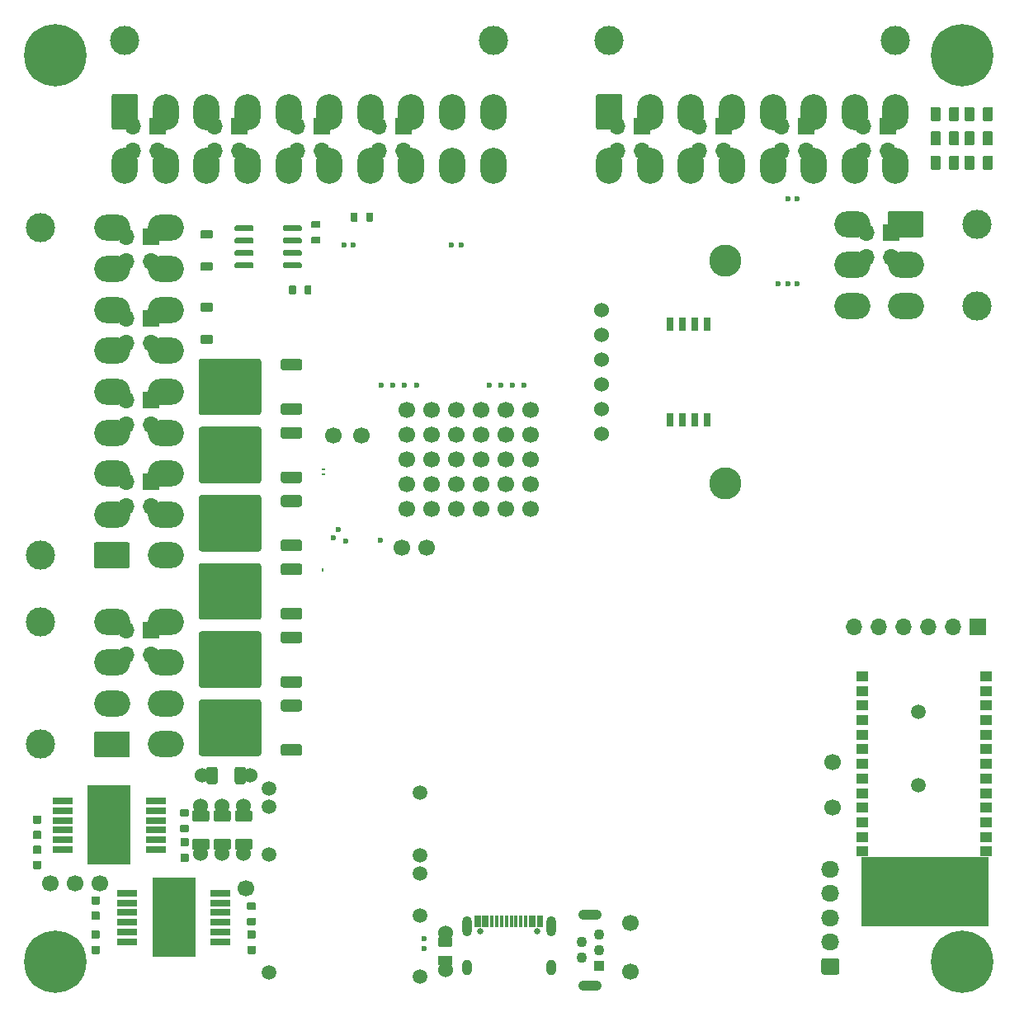
<source format=gts>
G04 #@! TF.GenerationSoftware,KiCad,Pcbnew,8.0.4-8.0.4-0~ubuntu22.04.1*
G04 #@! TF.CreationDate,2024-08-14T01:09:24+00:00*
G04 #@! TF.ProjectId,uaefi,75616566-692e-46b6-9963-61645f706362,D*
G04 #@! TF.SameCoordinates,Original*
G04 #@! TF.FileFunction,Soldermask,Top*
G04 #@! TF.FilePolarity,Negative*
%FSLAX46Y46*%
G04 Gerber Fmt 4.6, Leading zero omitted, Abs format (unit mm)*
G04 Created by KiCad (PCBNEW 8.0.4-8.0.4-0~ubuntu22.04.1) date 2024-08-14 01:09:24*
%MOMM*%
%LPD*%
G01*
G04 APERTURE LIST*
%ADD10C,0.120000*%
%ADD11R,1.700000X1.700000*%
%ADD12O,1.700000X1.700000*%
%ADD13C,3.000000*%
%ADD14O,2.700000X3.700000*%
%ADD15C,1.700000*%
%ADD16C,0.800000*%
%ADD17C,6.400000*%
%ADD18C,1.524000*%
%ADD19O,1.850000X1.700000*%
%ADD20C,0.600000*%
%ADD21R,1.100000X1.100000*%
%ADD22C,1.100000*%
%ADD23O,2.400000X1.100000*%
%ADD24C,1.500000*%
%ADD25O,0.250000X0.499999*%
%ADD26O,0.499999X0.250000*%
%ADD27C,0.599999*%
%ADD28O,3.700000X2.700000*%
%ADD29R,1.300000X1.000000*%
%ADD30R,2.000000X0.650000*%
%ADD31R,4.500000X8.100000*%
%ADD32C,0.650000*%
%ADD33R,0.300000X1.150000*%
%ADD34O,1.000000X2.100000*%
%ADD35O,1.000000X1.600000*%
%ADD36C,3.302000*%
%ADD37R,0.690000X1.350000*%
G04 APERTURE END LIST*
D10*
G04 #@! TO.C,U5*
X99150000Y7225000D02*
X86150000Y7225000D01*
X86150000Y14225000D01*
X99150000Y14225000D01*
X99150000Y7225000D01*
G36*
X99150000Y7225000D02*
G01*
X86150000Y7225000D01*
X86150000Y14225000D01*
X99150000Y14225000D01*
X99150000Y7225000D01*
G37*
G04 #@! TD*
G04 #@! TO.C,R40*
G36*
G01*
X96749999Y84875000D02*
X96749999Y86125000D01*
G75*
G02*
X96849999Y86225000I100000J0D01*
G01*
X97649999Y86225000D01*
G75*
G02*
X97749999Y86125000I0J-100000D01*
G01*
X97749999Y84875000D01*
G75*
G02*
X97649999Y84775000I-100000J0D01*
G01*
X96849999Y84775000D01*
G75*
G02*
X96749999Y84875000I0J100000D01*
G01*
G37*
G36*
G01*
X98650021Y84875000D02*
X98650021Y86125000D01*
G75*
G02*
X98750021Y86225000I100000J0D01*
G01*
X99550021Y86225000D01*
G75*
G02*
X99650021Y86125000I0J-100000D01*
G01*
X99650021Y84875000D01*
G75*
G02*
X99550021Y84775000I-100000J0D01*
G01*
X98750021Y84775000D01*
G75*
G02*
X98650021Y84875000I0J100000D01*
G01*
G37*
G04 #@! TD*
G04 #@! TO.C,U7*
G36*
G01*
X28775000Y75110000D02*
X28775000Y74810000D01*
G75*
G02*
X28625000Y74660000I-150000J0D01*
G01*
X26975000Y74660000D01*
G75*
G02*
X26825000Y74810000I0J150000D01*
G01*
X26825000Y75110000D01*
G75*
G02*
X26975000Y75260000I150000J0D01*
G01*
X28625000Y75260000D01*
G75*
G02*
X28775000Y75110000I0J-150000D01*
G01*
G37*
G36*
G01*
X28775000Y76380000D02*
X28775000Y76080000D01*
G75*
G02*
X28625000Y75930000I-150000J0D01*
G01*
X26975000Y75930000D01*
G75*
G02*
X26825000Y76080000I0J150000D01*
G01*
X26825000Y76380000D01*
G75*
G02*
X26975000Y76530000I150000J0D01*
G01*
X28625000Y76530000D01*
G75*
G02*
X28775000Y76380000I0J-150000D01*
G01*
G37*
G36*
G01*
X28775000Y77650000D02*
X28775000Y77350000D01*
G75*
G02*
X28625000Y77200000I-150000J0D01*
G01*
X26975000Y77200000D01*
G75*
G02*
X26825000Y77350000I0J150000D01*
G01*
X26825000Y77650000D01*
G75*
G02*
X26975000Y77800000I150000J0D01*
G01*
X28625000Y77800000D01*
G75*
G02*
X28775000Y77650000I0J-150000D01*
G01*
G37*
G36*
G01*
X28775000Y78920000D02*
X28775000Y78620000D01*
G75*
G02*
X28625000Y78470000I-150000J0D01*
G01*
X26975000Y78470000D01*
G75*
G02*
X26825000Y78620000I0J150000D01*
G01*
X26825000Y78920000D01*
G75*
G02*
X26975000Y79070000I150000J0D01*
G01*
X28625000Y79070000D01*
G75*
G02*
X28775000Y78920000I0J-150000D01*
G01*
G37*
G36*
G01*
X23825000Y78920000D02*
X23825000Y78620000D01*
G75*
G02*
X23675000Y78470000I-150000J0D01*
G01*
X22025000Y78470000D01*
G75*
G02*
X21875000Y78620000I0J150000D01*
G01*
X21875000Y78920000D01*
G75*
G02*
X22025000Y79070000I150000J0D01*
G01*
X23675000Y79070000D01*
G75*
G02*
X23825000Y78920000I0J-150000D01*
G01*
G37*
G36*
G01*
X23825000Y77650000D02*
X23825000Y77350000D01*
G75*
G02*
X23675000Y77200000I-150000J0D01*
G01*
X22025000Y77200000D01*
G75*
G02*
X21875000Y77350000I0J150000D01*
G01*
X21875000Y77650000D01*
G75*
G02*
X22025000Y77800000I150000J0D01*
G01*
X23675000Y77800000D01*
G75*
G02*
X23825000Y77650000I0J-150000D01*
G01*
G37*
G36*
G01*
X23825000Y76380000D02*
X23825000Y76080000D01*
G75*
G02*
X23675000Y75930000I-150000J0D01*
G01*
X22025000Y75930000D01*
G75*
G02*
X21875000Y76080000I0J150000D01*
G01*
X21875000Y76380000D01*
G75*
G02*
X22025000Y76530000I150000J0D01*
G01*
X23675000Y76530000D01*
G75*
G02*
X23825000Y76380000I0J-150000D01*
G01*
G37*
G36*
G01*
X23825000Y75110000D02*
X23825000Y74810000D01*
G75*
G02*
X23675000Y74660000I-150000J0D01*
G01*
X22025000Y74660000D01*
G75*
G02*
X21875000Y74810000I0J150000D01*
G01*
X21875000Y75110000D01*
G75*
G02*
X22025000Y75260000I150000J0D01*
G01*
X23675000Y75260000D01*
G75*
G02*
X23825000Y75110000I0J-150000D01*
G01*
G37*
G04 #@! TD*
G04 #@! TO.C,C24*
G36*
G01*
X7260000Y10215001D02*
X7940000Y10215001D01*
G75*
G02*
X8025000Y10130001I0J-85000D01*
G01*
X8025000Y9450001D01*
G75*
G02*
X7940000Y9365001I-85000J0D01*
G01*
X7260000Y9365001D01*
G75*
G02*
X7175000Y9450001I0J85000D01*
G01*
X7175000Y10130001D01*
G75*
G02*
X7260000Y10215001I85000J0D01*
G01*
G37*
G36*
G01*
X7260000Y8634999D02*
X7940000Y8634999D01*
G75*
G02*
X8025000Y8549999I0J-85000D01*
G01*
X8025000Y7869999D01*
G75*
G02*
X7940000Y7784999I-85000J0D01*
G01*
X7260000Y7784999D01*
G75*
G02*
X7175000Y7869999I0J85000D01*
G01*
X7175000Y8549999D01*
G75*
G02*
X7260000Y8634999I85000J0D01*
G01*
G37*
G04 #@! TD*
G04 #@! TO.C,R39*
G36*
G01*
X96749999Y87375000D02*
X96749999Y88625000D01*
G75*
G02*
X96849999Y88725000I100000J0D01*
G01*
X97649999Y88725000D01*
G75*
G02*
X97749999Y88625000I0J-100000D01*
G01*
X97749999Y87375000D01*
G75*
G02*
X97649999Y87275000I-100000J0D01*
G01*
X96849999Y87275000D01*
G75*
G02*
X96749999Y87375000I0J100000D01*
G01*
G37*
G36*
G01*
X98650021Y87375000D02*
X98650021Y88625000D01*
G75*
G02*
X98750021Y88725000I100000J0D01*
G01*
X99550021Y88725000D01*
G75*
G02*
X99650021Y88625000I0J-100000D01*
G01*
X99650021Y87375000D01*
G75*
G02*
X99550021Y87275000I-100000J0D01*
G01*
X98750021Y87275000D01*
G75*
G02*
X98650021Y87375000I0J100000D01*
G01*
G37*
G04 #@! TD*
G04 #@! TO.C,Q10*
G36*
G01*
X28800000Y39570000D02*
X28800000Y38870000D01*
G75*
G02*
X28550000Y38620000I-250000J0D01*
G01*
X26850000Y38620000D01*
G75*
G02*
X26600000Y38870000I0J250000D01*
G01*
X26600000Y39570000D01*
G75*
G02*
X26850000Y39820000I250000J0D01*
G01*
X28550000Y39820000D01*
G75*
G02*
X28800000Y39570000I0J-250000D01*
G01*
G37*
G36*
G01*
X24600000Y44150003D02*
X24600000Y38849997D01*
G75*
G02*
X24350003Y38600000I-249997J0D01*
G01*
X18449997Y38600000D01*
G75*
G02*
X18200000Y38849997I0J249997D01*
G01*
X18200000Y44150003D01*
G75*
G02*
X18449997Y44400000I249997J0D01*
G01*
X24350003Y44400000D01*
G75*
G02*
X24600000Y44150003I0J-249997D01*
G01*
G37*
G36*
G01*
X28800000Y44130000D02*
X28800000Y43430000D01*
G75*
G02*
X28550000Y43180000I-250000J0D01*
G01*
X26850000Y43180000D01*
G75*
G02*
X26600000Y43430000I0J250000D01*
G01*
X26600000Y44130000D01*
G75*
G02*
X26850000Y44380000I250000J0D01*
G01*
X28550000Y44380000D01*
G75*
G02*
X28800000Y44130000I0J-250000D01*
G01*
G37*
G04 #@! TD*
D11*
G04 #@! TO.C,J21*
X13315000Y52750000D03*
D12*
X10775000Y52750000D03*
X13315000Y50210000D03*
X10775000Y50210000D03*
G04 #@! TD*
D13*
G04 #@! TO.C,J10*
X60300000Y98025000D03*
X89700000Y98025000D03*
G36*
G01*
X58950000Y89125001D02*
X58950000Y92324999D01*
G75*
G02*
X59200001Y92575000I250001J0D01*
G01*
X61399999Y92575000D01*
G75*
G02*
X61650000Y92324999I0J-250001D01*
G01*
X61650000Y89125001D01*
G75*
G02*
X61399999Y88875000I-250001J0D01*
G01*
X59200001Y88875000D01*
G75*
G02*
X58950000Y89125001I0J250001D01*
G01*
G37*
D14*
X64500000Y90725000D03*
X68700000Y90725000D03*
X72900000Y90725000D03*
X77100000Y90725000D03*
X81300000Y90725000D03*
X85500000Y90725000D03*
X89700000Y90725000D03*
X60300000Y85225000D03*
X64500000Y85225000D03*
X68700000Y85225000D03*
X72900000Y85225000D03*
X77100000Y85225000D03*
X81300000Y85225000D03*
X85500000Y85225000D03*
X89700000Y85225000D03*
G04 #@! TD*
D15*
G04 #@! TO.C,P8*
X83200000Y19300000D03*
G04 #@! TD*
D11*
G04 #@! TO.C,J20*
X13315000Y61150000D03*
D12*
X10775000Y61150000D03*
X13315000Y58610000D03*
X10775000Y58610000D03*
G04 #@! TD*
D15*
G04 #@! TO.C,P5*
X41600000Y46000000D03*
G04 #@! TD*
D13*
G04 #@! TO.C,J2*
X10600000Y98025000D03*
X48400000Y98025000D03*
G36*
G01*
X9250000Y89125001D02*
X9250000Y92324999D01*
G75*
G02*
X9500001Y92575000I250001J0D01*
G01*
X11699999Y92575000D01*
G75*
G02*
X11950000Y92324999I0J-250001D01*
G01*
X11950000Y89125001D01*
G75*
G02*
X11699999Y88875000I-250001J0D01*
G01*
X9500001Y88875000D01*
G75*
G02*
X9250000Y89125001I0J250001D01*
G01*
G37*
D14*
X14800000Y90725000D03*
X19000000Y90725000D03*
X23200000Y90725000D03*
X27400000Y90725000D03*
X31600000Y90725000D03*
X35800000Y90725000D03*
X40000000Y90725000D03*
X44200000Y90725000D03*
X48400000Y90725000D03*
X10600000Y85225000D03*
X14800000Y85225000D03*
X19000000Y85225000D03*
X23200000Y85225000D03*
X27400000Y85225000D03*
X31600000Y85225000D03*
X35800000Y85225000D03*
X40000000Y85225000D03*
X44200000Y85225000D03*
X48400000Y85225000D03*
G04 #@! TD*
G04 #@! TO.C,Q7*
G36*
G01*
X28800000Y60570000D02*
X28800000Y59870000D01*
G75*
G02*
X28550000Y59620000I-250000J0D01*
G01*
X26850000Y59620000D01*
G75*
G02*
X26600000Y59870000I0J250000D01*
G01*
X26600000Y60570000D01*
G75*
G02*
X26850000Y60820000I250000J0D01*
G01*
X28550000Y60820000D01*
G75*
G02*
X28800000Y60570000I0J-250000D01*
G01*
G37*
G36*
G01*
X24600000Y65150003D02*
X24600000Y59849997D01*
G75*
G02*
X24350003Y59600000I-249997J0D01*
G01*
X18449997Y59600000D01*
G75*
G02*
X18200000Y59849997I0J249997D01*
G01*
X18200000Y65150003D01*
G75*
G02*
X18449997Y65400000I249997J0D01*
G01*
X24350003Y65400000D01*
G75*
G02*
X24600000Y65150003I0J-249997D01*
G01*
G37*
G36*
G01*
X28800000Y65130000D02*
X28800000Y64430000D01*
G75*
G02*
X28550000Y64180000I-250000J0D01*
G01*
X26850000Y64180000D01*
G75*
G02*
X26600000Y64430000I0J250000D01*
G01*
X26600000Y65130000D01*
G75*
G02*
X26850000Y65380000I250000J0D01*
G01*
X28550000Y65380000D01*
G75*
G02*
X28800000Y65130000I0J-250000D01*
G01*
G37*
G04 #@! TD*
G04 #@! TO.C,Q8*
G36*
G01*
X28800000Y53570000D02*
X28800000Y52870000D01*
G75*
G02*
X28550000Y52620000I-250000J0D01*
G01*
X26850000Y52620000D01*
G75*
G02*
X26600000Y52870000I0J250000D01*
G01*
X26600000Y53570000D01*
G75*
G02*
X26850000Y53820000I250000J0D01*
G01*
X28550000Y53820000D01*
G75*
G02*
X28800000Y53570000I0J-250000D01*
G01*
G37*
G36*
G01*
X24600000Y58150003D02*
X24600000Y52849997D01*
G75*
G02*
X24350003Y52600000I-249997J0D01*
G01*
X18449997Y52600000D01*
G75*
G02*
X18200000Y52849997I0J249997D01*
G01*
X18200000Y58150003D01*
G75*
G02*
X18449997Y58400000I249997J0D01*
G01*
X24350003Y58400000D01*
G75*
G02*
X24600000Y58150003I0J-249997D01*
G01*
G37*
G36*
G01*
X28800000Y58130000D02*
X28800000Y57430000D01*
G75*
G02*
X28550000Y57180000I-250000J0D01*
G01*
X26850000Y57180000D01*
G75*
G02*
X26600000Y57430000I0J250000D01*
G01*
X26600000Y58130000D01*
G75*
G02*
X26850000Y58380000I250000J0D01*
G01*
X28550000Y58380000D01*
G75*
G02*
X28800000Y58130000I0J-250000D01*
G01*
G37*
G04 #@! TD*
D11*
G04 #@! TO.C,J17*
X39190000Y89225000D03*
D12*
X36650000Y89225000D03*
X39190000Y86685000D03*
X36650000Y86685000D03*
G04 #@! TD*
D15*
G04 #@! TO.C,P1*
X32000000Y57500000D03*
G04 #@! TD*
G04 #@! TO.C,C26*
G36*
G01*
X23260000Y6715001D02*
X23940000Y6715001D01*
G75*
G02*
X24025000Y6630001I0J-85000D01*
G01*
X24025000Y5950001D01*
G75*
G02*
X23940000Y5865001I-85000J0D01*
G01*
X23260000Y5865001D01*
G75*
G02*
X23175000Y5950001I0J85000D01*
G01*
X23175000Y6630001D01*
G75*
G02*
X23260000Y6715001I85000J0D01*
G01*
G37*
G36*
G01*
X23260000Y5134999D02*
X23940000Y5134999D01*
G75*
G02*
X24025000Y5049999I0J-85000D01*
G01*
X24025000Y4369999D01*
G75*
G02*
X23940000Y4284999I-85000J0D01*
G01*
X23260000Y4284999D01*
G75*
G02*
X23175000Y4369999I0J85000D01*
G01*
X23175000Y5049999D01*
G75*
G02*
X23260000Y5134999I85000J0D01*
G01*
G37*
G04 #@! TD*
G04 #@! TO.C,R1*
G36*
G01*
X36082497Y80315000D02*
X36082497Y79535000D01*
G75*
G02*
X36012497Y79465000I-70000J0D01*
G01*
X35452497Y79465000D01*
G75*
G02*
X35382497Y79535000I0J70000D01*
G01*
X35382497Y80315000D01*
G75*
G02*
X35452497Y80385000I70000J0D01*
G01*
X36012497Y80385000D01*
G75*
G02*
X36082497Y80315000I0J-70000D01*
G01*
G37*
G36*
G01*
X34482497Y80315000D02*
X34482497Y79535000D01*
G75*
G02*
X34412497Y79465000I-70000J0D01*
G01*
X33852497Y79465000D01*
G75*
G02*
X33782497Y79535000I0J70000D01*
G01*
X33782497Y80315000D01*
G75*
G02*
X33852497Y80385000I70000J0D01*
G01*
X34412497Y80385000D01*
G75*
G02*
X34482497Y80315000I0J-70000D01*
G01*
G37*
G04 #@! TD*
G04 #@! TO.C,P2*
X34900000Y57500000D03*
G04 #@! TD*
G04 #@! TO.C,C13*
G36*
G01*
X16385000Y16175001D02*
X17065000Y16175001D01*
G75*
G02*
X17150000Y16090001I0J-85000D01*
G01*
X17150000Y15410001D01*
G75*
G02*
X17065000Y15325001I-85000J0D01*
G01*
X16385000Y15325001D01*
G75*
G02*
X16300000Y15410001I0J85000D01*
G01*
X16300000Y16090001D01*
G75*
G02*
X16385000Y16175001I85000J0D01*
G01*
G37*
G36*
G01*
X16385000Y14594999D02*
X17065000Y14594999D01*
G75*
G02*
X17150000Y14509999I0J-85000D01*
G01*
X17150000Y13829999D01*
G75*
G02*
X17065000Y13744999I-85000J0D01*
G01*
X16385000Y13744999D01*
G75*
G02*
X16300000Y13829999I0J85000D01*
G01*
X16300000Y14509999D01*
G75*
G02*
X16385000Y14594999I85000J0D01*
G01*
G37*
G04 #@! TD*
G04 #@! TO.C,P15*
X5540000Y11500000D03*
G04 #@! TD*
D16*
G04 #@! TO.C,H1*
X1100000Y96500000D03*
X1802944Y98197056D03*
X1802944Y94802944D03*
X3500000Y98900000D03*
D17*
X3500000Y96500000D03*
D16*
X3500000Y94100000D03*
X5197056Y98197056D03*
X5197056Y94802944D03*
X5900000Y96500000D03*
G04 #@! TD*
G04 #@! TO.C,H4*
X94100000Y96500000D03*
X94802944Y98197056D03*
X94802944Y94802944D03*
X96500000Y98900000D03*
D17*
X96500000Y96500000D03*
D16*
X96500000Y94100000D03*
X98197056Y98197056D03*
X98197056Y94802944D03*
X98900000Y96500000D03*
G04 #@! TD*
D18*
G04 #@! TO.C,F4*
X18400000Y19450000D03*
G36*
G01*
X17500000Y18105010D02*
X17500000Y18795010D01*
G75*
G02*
X17730000Y19025010I230000J0D01*
G01*
X19070000Y19025010D01*
G75*
G02*
X19300000Y18795010I0J-230000D01*
G01*
X19300000Y18105010D01*
G75*
G02*
X19070000Y17875010I-230000J0D01*
G01*
X17730000Y17875010D01*
G75*
G02*
X17500000Y18105010I0J230000D01*
G01*
G37*
G36*
G01*
X17500000Y15204990D02*
X17500000Y15894990D01*
G75*
G02*
X17730000Y16124990I230000J0D01*
G01*
X19070000Y16124990D01*
G75*
G02*
X19300000Y15894990I0J-230000D01*
G01*
X19300000Y15204990D01*
G75*
G02*
X19070000Y14974990I-230000J0D01*
G01*
X17730000Y14974990D01*
G75*
G02*
X17500000Y15204990I0J230000D01*
G01*
G37*
X18400000Y14550000D03*
G04 #@! TD*
G04 #@! TO.C,R37*
G36*
G01*
X93299999Y84875000D02*
X93299999Y86125000D01*
G75*
G02*
X93399999Y86225000I100000J0D01*
G01*
X94199999Y86225000D01*
G75*
G02*
X94299999Y86125000I0J-100000D01*
G01*
X94299999Y84875000D01*
G75*
G02*
X94199999Y84775000I-100000J0D01*
G01*
X93399999Y84775000D01*
G75*
G02*
X93299999Y84875000I0J100000D01*
G01*
G37*
G36*
G01*
X95200021Y84875000D02*
X95200021Y86125000D01*
G75*
G02*
X95300021Y86225000I100000J0D01*
G01*
X96100021Y86225000D01*
G75*
G02*
X96200021Y86125000I0J-100000D01*
G01*
X96200021Y84875000D01*
G75*
G02*
X96100021Y84775000I-100000J0D01*
G01*
X95300021Y84775000D01*
G75*
G02*
X95200021Y84875000I0J100000D01*
G01*
G37*
G04 #@! TD*
G04 #@! TO.C,C11*
G36*
G01*
X1260000Y18515001D02*
X1940000Y18515001D01*
G75*
G02*
X2025000Y18430001I0J-85000D01*
G01*
X2025000Y17750001D01*
G75*
G02*
X1940000Y17665001I-85000J0D01*
G01*
X1260000Y17665001D01*
G75*
G02*
X1175000Y17750001I0J85000D01*
G01*
X1175000Y18430001D01*
G75*
G02*
X1260000Y18515001I85000J0D01*
G01*
G37*
G36*
G01*
X1260000Y16934999D02*
X1940000Y16934999D01*
G75*
G02*
X2025000Y16849999I0J-85000D01*
G01*
X2025000Y16169999D01*
G75*
G02*
X1940000Y16084999I-85000J0D01*
G01*
X1260000Y16084999D01*
G75*
G02*
X1175000Y16169999I0J85000D01*
G01*
X1175000Y16849999D01*
G75*
G02*
X1260000Y16934999I85000J0D01*
G01*
G37*
G04 #@! TD*
G04 #@! TO.C,J7*
G36*
G01*
X83675000Y2150000D02*
X82325000Y2150000D01*
G75*
G02*
X82075000Y2400000I0J250000D01*
G01*
X82075000Y3600000D01*
G75*
G02*
X82325000Y3850000I250000J0D01*
G01*
X83675000Y3850000D01*
G75*
G02*
X83925000Y3600000I0J-250000D01*
G01*
X83925000Y2400000D01*
G75*
G02*
X83675000Y2150000I-250000J0D01*
G01*
G37*
D19*
X83000000Y5500000D03*
X83000000Y8000000D03*
X83000000Y10500000D03*
X83000000Y13000000D03*
G04 #@! TD*
D15*
G04 #@! TO.C,P4*
X62500000Y7500000D03*
G04 #@! TD*
D16*
G04 #@! TO.C,H2*
X1100000Y3500000D03*
X1802944Y5197056D03*
X1802944Y1802944D03*
X3500000Y5900000D03*
D17*
X3500000Y3500000D03*
D16*
X3500000Y1100000D03*
X5197056Y5197056D03*
X5197056Y1802944D03*
X5900000Y3500000D03*
G04 #@! TD*
D20*
G04 #@! TO.C,M3*
X49175000Y62675000D03*
X47975000Y62675000D03*
X50375000Y62675000D03*
X51575000Y62675000D03*
X45115000Y77100000D03*
X44115000Y77100000D03*
G04 #@! TD*
G04 #@! TO.C,R10*
G36*
G01*
X29750000Y72840000D02*
X29750000Y72060000D01*
G75*
G02*
X29680000Y71990000I-70000J0D01*
G01*
X29120000Y71990000D01*
G75*
G02*
X29050000Y72060000I0J70000D01*
G01*
X29050000Y72840000D01*
G75*
G02*
X29120000Y72910000I70000J0D01*
G01*
X29680000Y72910000D01*
G75*
G02*
X29750000Y72840000I0J-70000D01*
G01*
G37*
G36*
G01*
X28150000Y72840000D02*
X28150000Y72060000D01*
G75*
G02*
X28080000Y71990000I-70000J0D01*
G01*
X27520000Y71990000D01*
G75*
G02*
X27450000Y72060000I0J70000D01*
G01*
X27450000Y72840000D01*
G75*
G02*
X27520000Y72910000I70000J0D01*
G01*
X28080000Y72910000D01*
G75*
G02*
X28150000Y72840000I0J-70000D01*
G01*
G37*
G04 #@! TD*
D15*
G04 #@! TO.C,P17*
X3000000Y11500000D03*
G04 #@! TD*
D21*
G04 #@! TO.C,J8*
X59250000Y3100000D03*
D22*
X57500000Y3900000D03*
X59250000Y4700000D03*
X57500000Y5500000D03*
X59250000Y6300000D03*
D23*
X58375000Y1050000D03*
X58375000Y8350000D03*
G04 #@! TD*
D18*
G04 #@! TO.C,F3*
X20600000Y19450000D03*
G36*
G01*
X19700000Y18105010D02*
X19700000Y18795010D01*
G75*
G02*
X19930000Y19025010I230000J0D01*
G01*
X21270000Y19025010D01*
G75*
G02*
X21500000Y18795010I0J-230000D01*
G01*
X21500000Y18105010D01*
G75*
G02*
X21270000Y17875010I-230000J0D01*
G01*
X19930000Y17875010D01*
G75*
G02*
X19700000Y18105010I0J230000D01*
G01*
G37*
G36*
G01*
X19700000Y15204990D02*
X19700000Y15894990D01*
G75*
G02*
X19930000Y16124990I230000J0D01*
G01*
X21270000Y16124990D01*
G75*
G02*
X21500000Y15894990I0J-230000D01*
G01*
X21500000Y15204990D01*
G75*
G02*
X21270000Y14974990I-230000J0D01*
G01*
X19930000Y14974990D01*
G75*
G02*
X19700000Y15204990I0J230000D01*
G01*
G37*
X20600000Y14550000D03*
G04 #@! TD*
D20*
G04 #@! TO.C,M2*
X79574999Y73125000D03*
X78624999Y73125000D03*
X77675001Y73125000D03*
X78674999Y81825000D03*
X79574999Y81825000D03*
G04 #@! TD*
G04 #@! TO.C,C25*
G36*
G01*
X7940000Y4284999D02*
X7260000Y4284999D01*
G75*
G02*
X7175000Y4369999I0J85000D01*
G01*
X7175000Y5049999D01*
G75*
G02*
X7260000Y5134999I85000J0D01*
G01*
X7940000Y5134999D01*
G75*
G02*
X8025000Y5049999I0J-85000D01*
G01*
X8025000Y4369999D01*
G75*
G02*
X7940000Y4284999I-85000J0D01*
G01*
G37*
G36*
G01*
X7940000Y5865001D02*
X7260000Y5865001D01*
G75*
G02*
X7175000Y5950001I0J85000D01*
G01*
X7175000Y6630001D01*
G75*
G02*
X7260000Y6715001I85000J0D01*
G01*
X7940000Y6715001D01*
G75*
G02*
X8025000Y6630001I0J-85000D01*
G01*
X8025000Y5950001D01*
G75*
G02*
X7940000Y5865001I-85000J0D01*
G01*
G37*
G04 #@! TD*
D15*
G04 #@! TO.C,P18*
X23000000Y11000000D03*
G04 #@! TD*
D24*
G04 #@! TO.C,M1*
X40874995Y20824999D03*
X40874995Y14425002D03*
X40874995Y12524999D03*
X40874995Y8224999D03*
D20*
X41324994Y5825002D03*
X41324994Y4825001D03*
D24*
X40874995Y1974999D03*
X25374998Y21275001D03*
X25374998Y19425002D03*
X25374998Y14474999D03*
X25374998Y2425001D03*
G04 #@! TD*
G04 #@! TO.C,Q12*
G36*
G01*
X28800000Y25570000D02*
X28800000Y24870000D01*
G75*
G02*
X28550000Y24620000I-250000J0D01*
G01*
X26850000Y24620000D01*
G75*
G02*
X26600000Y24870000I0J250000D01*
G01*
X26600000Y25570000D01*
G75*
G02*
X26850000Y25820000I250000J0D01*
G01*
X28550000Y25820000D01*
G75*
G02*
X28800000Y25570000I0J-250000D01*
G01*
G37*
G36*
G01*
X24600000Y30150003D02*
X24600000Y24849997D01*
G75*
G02*
X24350003Y24600000I-249997J0D01*
G01*
X18449997Y24600000D01*
G75*
G02*
X18200000Y24849997I0J249997D01*
G01*
X18200000Y30150003D01*
G75*
G02*
X18449997Y30400000I249997J0D01*
G01*
X24350003Y30400000D01*
G75*
G02*
X24600000Y30150003I0J-249997D01*
G01*
G37*
G36*
G01*
X28800000Y30130000D02*
X28800000Y29430000D01*
G75*
G02*
X28550000Y29180000I-250000J0D01*
G01*
X26850000Y29180000D01*
G75*
G02*
X26600000Y29430000I0J250000D01*
G01*
X26600000Y30130000D01*
G75*
G02*
X26850000Y30380000I250000J0D01*
G01*
X28550000Y30380000D01*
G75*
G02*
X28800000Y30130000I0J-250000D01*
G01*
G37*
G04 #@! TD*
D15*
G04 #@! TO.C,P6*
X39060000Y46000000D03*
G04 #@! TD*
D25*
G04 #@! TO.C,M7*
X30900003Y43675005D03*
D26*
X30950001Y54024999D03*
X30950001Y53524998D03*
D27*
X31999999Y46975001D03*
X32524999Y47850003D03*
X33274997Y46674999D03*
X36824998Y46750002D03*
G04 #@! TD*
G04 #@! TO.C,R9*
G36*
G01*
X16335000Y19110000D02*
X17115000Y19110000D01*
G75*
G02*
X17185000Y19040000I0J-70000D01*
G01*
X17185000Y18480000D01*
G75*
G02*
X17115000Y18410000I-70000J0D01*
G01*
X16335000Y18410000D01*
G75*
G02*
X16265000Y18480000I0J70000D01*
G01*
X16265000Y19040000D01*
G75*
G02*
X16335000Y19110000I70000J0D01*
G01*
G37*
G36*
G01*
X16335000Y17510000D02*
X17115000Y17510000D01*
G75*
G02*
X17185000Y17440000I0J-70000D01*
G01*
X17185000Y16880000D01*
G75*
G02*
X17115000Y16810000I-70000J0D01*
G01*
X16335000Y16810000D01*
G75*
G02*
X16265000Y16880000I0J70000D01*
G01*
X16265000Y17440000D01*
G75*
G02*
X16335000Y17510000I70000J0D01*
G01*
G37*
G04 #@! TD*
D11*
G04 #@! TO.C,J11*
X80490000Y89225000D03*
D12*
X77950000Y89225000D03*
X80490000Y86685000D03*
X77950000Y86685000D03*
G04 #@! TD*
D13*
G04 #@! TO.C,J5*
X1975000Y45200000D03*
X1975000Y78800000D03*
G36*
G01*
X10874999Y43850000D02*
X7675001Y43850000D01*
G75*
G02*
X7425000Y44100001I0J250001D01*
G01*
X7425000Y46299999D01*
G75*
G02*
X7675001Y46550000I250001J0D01*
G01*
X10874999Y46550000D01*
G75*
G02*
X11125000Y46299999I0J-250001D01*
G01*
X11125000Y44100001D01*
G75*
G02*
X10874999Y43850000I-250001J0D01*
G01*
G37*
D28*
X9275000Y49400000D03*
X9275000Y53600000D03*
X9275000Y57800000D03*
X9275000Y62000000D03*
X9275000Y66200000D03*
X9275000Y70400000D03*
X9275000Y74600000D03*
X9275000Y78800000D03*
X14775000Y45200000D03*
X14775000Y49400000D03*
X14775000Y53600000D03*
X14775000Y57800000D03*
X14775000Y62000000D03*
X14775000Y66200000D03*
X14775000Y70400000D03*
X14775000Y74600000D03*
X14775000Y78800000D03*
G04 #@! TD*
G04 #@! TO.C,Q9*
G36*
G01*
X28800000Y46570000D02*
X28800000Y45870000D01*
G75*
G02*
X28550000Y45620000I-250000J0D01*
G01*
X26850000Y45620000D01*
G75*
G02*
X26600000Y45870000I0J250000D01*
G01*
X26600000Y46570000D01*
G75*
G02*
X26850000Y46820000I250000J0D01*
G01*
X28550000Y46820000D01*
G75*
G02*
X28800000Y46570000I0J-250000D01*
G01*
G37*
G36*
G01*
X24600000Y51150003D02*
X24600000Y45849997D01*
G75*
G02*
X24350003Y45600000I-249997J0D01*
G01*
X18449997Y45600000D01*
G75*
G02*
X18200000Y45849997I0J249997D01*
G01*
X18200000Y51150003D01*
G75*
G02*
X18449997Y51400000I249997J0D01*
G01*
X24350003Y51400000D01*
G75*
G02*
X24600000Y51150003I0J-249997D01*
G01*
G37*
G36*
G01*
X28800000Y51130000D02*
X28800000Y50430000D01*
G75*
G02*
X28550000Y50180000I-250000J0D01*
G01*
X26850000Y50180000D01*
G75*
G02*
X26600000Y50430000I0J250000D01*
G01*
X26600000Y51130000D01*
G75*
G02*
X26850000Y51380000I250000J0D01*
G01*
X28550000Y51380000D01*
G75*
G02*
X28800000Y51130000I0J-250000D01*
G01*
G37*
G04 #@! TD*
D29*
G04 #@! TO.C,U5*
X99000000Y14800000D03*
X99000000Y16300000D03*
X99000000Y17800000D03*
X99000000Y19300000D03*
X99000000Y20800000D03*
X99000000Y22300000D03*
X99000000Y23800000D03*
X99000000Y25300000D03*
X99000000Y26800000D03*
X99000000Y28300000D03*
X99000000Y29800000D03*
X99000000Y31300000D03*
X99000000Y32800000D03*
X86300000Y32800000D03*
X86300000Y31300000D03*
X86300000Y29800000D03*
X86300000Y28300000D03*
X86300000Y26800000D03*
X86300000Y25300000D03*
X86300000Y23800000D03*
X86300000Y22300000D03*
X86300000Y20800000D03*
X86300000Y19300000D03*
X86300000Y17800000D03*
X86300000Y16300000D03*
X86300000Y14800000D03*
G04 #@! TD*
D11*
G04 #@! TO.C,J1*
X88890000Y89225000D03*
D12*
X86350000Y89225000D03*
X88890000Y86685000D03*
X86350000Y86685000D03*
G04 #@! TD*
D13*
G04 #@! TO.C,J3*
X98025000Y79200000D03*
X98025000Y70800000D03*
G36*
G01*
X89125001Y80550000D02*
X92324999Y80550000D01*
G75*
G02*
X92575000Y80299999I0J-250001D01*
G01*
X92575000Y78100001D01*
G75*
G02*
X92324999Y77850000I-250001J0D01*
G01*
X89125001Y77850000D01*
G75*
G02*
X88875000Y78100001I0J250001D01*
G01*
X88875000Y80299999D01*
G75*
G02*
X89125001Y80550000I250001J0D01*
G01*
G37*
D28*
X90725000Y75000000D03*
X90725000Y70800000D03*
X85225000Y79200000D03*
X85225000Y75000000D03*
X85225000Y70800000D03*
G04 #@! TD*
G04 #@! TO.C,R35*
G36*
G01*
X93299999Y89875000D02*
X93299999Y91125000D01*
G75*
G02*
X93399999Y91225000I100000J0D01*
G01*
X94199999Y91225000D01*
G75*
G02*
X94299999Y91125000I0J-100000D01*
G01*
X94299999Y89875000D01*
G75*
G02*
X94199999Y89775000I-100000J0D01*
G01*
X93399999Y89775000D01*
G75*
G02*
X93299999Y89875000I0J100000D01*
G01*
G37*
G36*
G01*
X95200021Y89875000D02*
X95200021Y91125000D01*
G75*
G02*
X95300021Y91225000I100000J0D01*
G01*
X96100021Y91225000D01*
G75*
G02*
X96200021Y91125000I0J-100000D01*
G01*
X96200021Y89875000D01*
G75*
G02*
X96100021Y89775000I-100000J0D01*
G01*
X95300021Y89775000D01*
G75*
G02*
X95200021Y89875000I0J100000D01*
G01*
G37*
G04 #@! TD*
D11*
G04 #@! TO.C,J16*
X30790000Y89225000D03*
D12*
X28250000Y89225000D03*
X30790000Y86685000D03*
X28250000Y86685000D03*
G04 #@! TD*
D18*
G04 #@! TO.C,F1*
X22800000Y19450000D03*
G36*
G01*
X21900000Y18105010D02*
X21900000Y18795010D01*
G75*
G02*
X22130000Y19025010I230000J0D01*
G01*
X23470000Y19025010D01*
G75*
G02*
X23700000Y18795010I0J-230000D01*
G01*
X23700000Y18105010D01*
G75*
G02*
X23470000Y17875010I-230000J0D01*
G01*
X22130000Y17875010D01*
G75*
G02*
X21900000Y18105010I0J230000D01*
G01*
G37*
G36*
G01*
X21900000Y15204990D02*
X21900000Y15894990D01*
G75*
G02*
X22130000Y16124990I230000J0D01*
G01*
X23470000Y16124990D01*
G75*
G02*
X23700000Y15894990I0J-230000D01*
G01*
X23700000Y15204990D01*
G75*
G02*
X23470000Y14974990I-230000J0D01*
G01*
X22130000Y14974990D01*
G75*
G02*
X21900000Y15204990I0J230000D01*
G01*
G37*
X22800000Y14550000D03*
G04 #@! TD*
D15*
G04 #@! TO.C,G3*
X39500000Y49960000D03*
X39500000Y52500000D03*
X39500000Y55040000D03*
X39500000Y57580000D03*
X39500000Y60120000D03*
X42040000Y49960000D03*
X42040000Y52500000D03*
X42040000Y55040000D03*
X42040000Y57580000D03*
X42040000Y60120000D03*
X44580000Y49960000D03*
X44580000Y52500000D03*
X44580000Y55040000D03*
X44580000Y57580000D03*
X44580000Y60120000D03*
G04 #@! TD*
G04 #@! TO.C,P3*
X62500000Y2500000D03*
G04 #@! TD*
D18*
G04 #@! TO.C,R4*
X43474609Y6474609D03*
G36*
G01*
X42849609Y6019610D02*
X44099609Y6019610D01*
G75*
G02*
X44199609Y5919610I0J-100000D01*
G01*
X44199609Y5119610D01*
G75*
G02*
X44099609Y5019610I-100000J0D01*
G01*
X42849609Y5019610D01*
G75*
G02*
X42749609Y5119610I0J100000D01*
G01*
X42749609Y5919610D01*
G75*
G02*
X42849609Y6019610I100000J0D01*
G01*
G37*
G36*
G01*
X42849609Y4119588D02*
X44099609Y4119588D01*
G75*
G02*
X44199609Y4019588I0J-100000D01*
G01*
X44199609Y3219588D01*
G75*
G02*
X44099609Y3119588I-100000J0D01*
G01*
X42849609Y3119588D01*
G75*
G02*
X42749609Y3219588I0J100000D01*
G01*
X42749609Y4019588D01*
G75*
G02*
X42849609Y4119588I100000J0D01*
G01*
G37*
X43474609Y2664609D03*
G04 #@! TD*
G04 #@! TO.C,R11*
G36*
G01*
X29810000Y79500000D02*
X30590000Y79500000D01*
G75*
G02*
X30660000Y79430000I0J-70000D01*
G01*
X30660000Y78870000D01*
G75*
G02*
X30590000Y78800000I-70000J0D01*
G01*
X29810000Y78800000D01*
G75*
G02*
X29740000Y78870000I0J70000D01*
G01*
X29740000Y79430000D01*
G75*
G02*
X29810000Y79500000I70000J0D01*
G01*
G37*
G36*
G01*
X29810000Y77900000D02*
X30590000Y77900000D01*
G75*
G02*
X30660000Y77830000I0J-70000D01*
G01*
X30660000Y77270000D01*
G75*
G02*
X30590000Y77200000I-70000J0D01*
G01*
X29810000Y77200000D01*
G75*
G02*
X29740000Y77270000I0J70000D01*
G01*
X29740000Y77830000D01*
G75*
G02*
X29810000Y77900000I70000J0D01*
G01*
G37*
G04 #@! TD*
G04 #@! TO.C,D3*
G36*
G01*
X19510000Y74400000D02*
X18490000Y74400000D01*
G75*
G02*
X18400000Y74490000I0J90000D01*
G01*
X18400000Y75210000D01*
G75*
G02*
X18490000Y75300000I90000J0D01*
G01*
X19510000Y75300000D01*
G75*
G02*
X19600000Y75210000I0J-90000D01*
G01*
X19600000Y74490000D01*
G75*
G02*
X19510000Y74400000I-90000J0D01*
G01*
G37*
G36*
G01*
X19510000Y77700000D02*
X18490000Y77700000D01*
G75*
G02*
X18400000Y77790000I0J90000D01*
G01*
X18400000Y78510000D01*
G75*
G02*
X18490000Y78600000I90000J0D01*
G01*
X19510000Y78600000D01*
G75*
G02*
X19600000Y78510000I0J-90000D01*
G01*
X19600000Y77790000D01*
G75*
G02*
X19510000Y77700000I-90000J0D01*
G01*
G37*
G04 #@! TD*
G04 #@! TO.C,R38*
G36*
G01*
X96749999Y89875000D02*
X96749999Y91125000D01*
G75*
G02*
X96849999Y91225000I100000J0D01*
G01*
X97649999Y91225000D01*
G75*
G02*
X97749999Y91125000I0J-100000D01*
G01*
X97749999Y89875000D01*
G75*
G02*
X97649999Y89775000I-100000J0D01*
G01*
X96849999Y89775000D01*
G75*
G02*
X96749999Y89875000I0J100000D01*
G01*
G37*
G36*
G01*
X98650021Y89875000D02*
X98650021Y91125000D01*
G75*
G02*
X98750021Y91225000I100000J0D01*
G01*
X99550021Y91225000D01*
G75*
G02*
X99650021Y91125000I0J-100000D01*
G01*
X99650021Y89875000D01*
G75*
G02*
X99550021Y89775000I-100000J0D01*
G01*
X98750021Y89775000D01*
G75*
G02*
X98650021Y89875000I0J100000D01*
G01*
G37*
G04 #@! TD*
G04 #@! TO.C,R36*
G36*
G01*
X93299999Y87375000D02*
X93299999Y88625000D01*
G75*
G02*
X93399999Y88725000I100000J0D01*
G01*
X94199999Y88725000D01*
G75*
G02*
X94299999Y88625000I0J-100000D01*
G01*
X94299999Y87375000D01*
G75*
G02*
X94199999Y87275000I-100000J0D01*
G01*
X93399999Y87275000D01*
G75*
G02*
X93299999Y87375000I0J100000D01*
G01*
G37*
G36*
G01*
X95200021Y87375000D02*
X95200021Y88625000D01*
G75*
G02*
X95300021Y88725000I100000J0D01*
G01*
X96100021Y88725000D01*
G75*
G02*
X96200021Y88625000I0J-100000D01*
G01*
X96200021Y87375000D01*
G75*
G02*
X96100021Y87275000I-100000J0D01*
G01*
X95300021Y87275000D01*
G75*
G02*
X95200021Y87375000I0J100000D01*
G01*
G37*
G04 #@! TD*
D30*
G04 #@! TO.C,U1*
X4200000Y20000000D03*
X4200000Y19000000D03*
X4200000Y18000000D03*
X4200000Y17000000D03*
X4200000Y16000000D03*
X4200000Y15000000D03*
X13800000Y15000000D03*
X13800000Y16000000D03*
X13800000Y17000000D03*
X13800000Y18000000D03*
X13800000Y19000000D03*
X13800000Y20000000D03*
D31*
X9000000Y17500000D03*
G04 #@! TD*
D30*
G04 #@! TO.C,U2*
X10825000Y10540000D03*
X10825000Y9540000D03*
X10825000Y8540000D03*
X10825000Y7540000D03*
X10825000Y6540000D03*
X10825000Y5540000D03*
X20425000Y5540000D03*
X20425000Y6540000D03*
X20425000Y7540000D03*
X20425000Y8540000D03*
X20425000Y9540000D03*
X20425000Y10540000D03*
D31*
X15625000Y8040000D03*
G04 #@! TD*
D11*
G04 #@! TO.C,J24*
X89265000Y78350000D03*
D12*
X86725000Y78350000D03*
X89265000Y75810000D03*
X86725000Y75810000D03*
G04 #@! TD*
D13*
G04 #@! TO.C,J4*
X1975000Y25800000D03*
X1975000Y38400000D03*
G36*
G01*
X10874999Y24450000D02*
X7675001Y24450000D01*
G75*
G02*
X7425000Y24700001I0J250001D01*
G01*
X7425000Y26899999D01*
G75*
G02*
X7675001Y27150000I250001J0D01*
G01*
X10874999Y27150000D01*
G75*
G02*
X11125000Y26899999I0J-250001D01*
G01*
X11125000Y24700001D01*
G75*
G02*
X10874999Y24450000I-250001J0D01*
G01*
G37*
D28*
X9275000Y30000000D03*
X9275000Y34200000D03*
X9275000Y38400000D03*
X14775000Y25800000D03*
X14775000Y30000000D03*
X14775000Y34200000D03*
X14775000Y38400000D03*
G04 #@! TD*
D15*
G04 #@! TO.C,P7*
X83200000Y24000000D03*
G04 #@! TD*
G04 #@! TO.C,Q11*
G36*
G01*
X28800000Y32570000D02*
X28800000Y31870000D01*
G75*
G02*
X28550000Y31620000I-250000J0D01*
G01*
X26850000Y31620000D01*
G75*
G02*
X26600000Y31870000I0J250000D01*
G01*
X26600000Y32570000D01*
G75*
G02*
X26850000Y32820000I250000J0D01*
G01*
X28550000Y32820000D01*
G75*
G02*
X28800000Y32570000I0J-250000D01*
G01*
G37*
G36*
G01*
X24600000Y37150003D02*
X24600000Y31849997D01*
G75*
G02*
X24350003Y31600000I-249997J0D01*
G01*
X18449997Y31600000D01*
G75*
G02*
X18200000Y31849997I0J249997D01*
G01*
X18200000Y37150003D01*
G75*
G02*
X18449997Y37400000I249997J0D01*
G01*
X24350003Y37400000D01*
G75*
G02*
X24600000Y37150003I0J-249997D01*
G01*
G37*
G36*
G01*
X28800000Y37130000D02*
X28800000Y36430000D01*
G75*
G02*
X28550000Y36180000I-250000J0D01*
G01*
X26850000Y36180000D01*
G75*
G02*
X26600000Y36430000I0J250000D01*
G01*
X26600000Y37130000D01*
G75*
G02*
X26850000Y37380000I250000J0D01*
G01*
X28550000Y37380000D01*
G75*
G02*
X28800000Y37130000I0J-250000D01*
G01*
G37*
G04 #@! TD*
D11*
G04 #@! TO.C,J13*
X63690000Y89225000D03*
D12*
X61150000Y89225000D03*
X63690000Y86685000D03*
X61150000Y86685000D03*
G04 #@! TD*
D32*
G04 #@! TO.C,J9*
X47110000Y6605000D03*
X52890000Y6605000D03*
D33*
X46650000Y7670000D03*
X47450000Y7670000D03*
X48750000Y7670000D03*
X49750000Y7670000D03*
X50250000Y7670000D03*
X51250000Y7670000D03*
X52550000Y7670000D03*
X53350000Y7670000D03*
X53050000Y7670000D03*
X52250000Y7670000D03*
X51750000Y7670000D03*
X50750000Y7670000D03*
X49250000Y7670000D03*
X48250000Y7670000D03*
X47750000Y7670000D03*
X46950000Y7670000D03*
D34*
X45680000Y7105000D03*
D35*
X45680000Y2925000D03*
D34*
X54320000Y7105000D03*
D35*
X54320000Y2925000D03*
G04 #@! TD*
D16*
G04 #@! TO.C,H3*
X94100000Y3500000D03*
X94802944Y5197056D03*
X94802944Y1802944D03*
X96500000Y5900000D03*
D17*
X96500000Y3500000D03*
D16*
X96500000Y1100000D03*
X98197056Y5197056D03*
X98197056Y1802944D03*
X98900000Y3500000D03*
G04 #@! TD*
D20*
G04 #@! TO.C,M4*
X38125000Y62675000D03*
X36925000Y62675000D03*
X39325000Y62675000D03*
X40525000Y62675000D03*
X34065000Y77100000D03*
X33065000Y77100000D03*
G04 #@! TD*
D11*
G04 #@! TO.C,J14*
X13990000Y89225000D03*
D12*
X11450000Y89225000D03*
X13990000Y86685000D03*
X11450000Y86685000D03*
G04 #@! TD*
D11*
G04 #@! TO.C,J18*
X13315000Y77950000D03*
D12*
X10775000Y77950000D03*
X13315000Y75410000D03*
X10775000Y75410000D03*
G04 #@! TD*
D18*
G04 #@! TO.C,F2*
X18550000Y22600000D03*
G36*
G01*
X19894990Y21700000D02*
X19204990Y21700000D01*
G75*
G02*
X18974990Y21930000I0J230000D01*
G01*
X18974990Y23270000D01*
G75*
G02*
X19204990Y23500000I230000J0D01*
G01*
X19894990Y23500000D01*
G75*
G02*
X20124990Y23270000I0J-230000D01*
G01*
X20124990Y21930000D01*
G75*
G02*
X19894990Y21700000I-230000J0D01*
G01*
G37*
G36*
G01*
X22795010Y21700000D02*
X22105010Y21700000D01*
G75*
G02*
X21875010Y21930000I0J230000D01*
G01*
X21875010Y23270000D01*
G75*
G02*
X22105010Y23500000I230000J0D01*
G01*
X22795010Y23500000D01*
G75*
G02*
X23025010Y23270000I0J-230000D01*
G01*
X23025010Y21930000D01*
G75*
G02*
X22795010Y21700000I-230000J0D01*
G01*
G37*
X23450000Y22600000D03*
G04 #@! TD*
D11*
G04 #@! TO.C,J15*
X22390000Y89225000D03*
D12*
X19850000Y89225000D03*
X22390000Y86685000D03*
X19850000Y86685000D03*
G04 #@! TD*
G04 #@! TO.C,D5*
G36*
G01*
X19510000Y66900000D02*
X18490000Y66900000D01*
G75*
G02*
X18400000Y66990000I0J90000D01*
G01*
X18400000Y67710000D01*
G75*
G02*
X18490000Y67800000I90000J0D01*
G01*
X19510000Y67800000D01*
G75*
G02*
X19600000Y67710000I0J-90000D01*
G01*
X19600000Y66990000D01*
G75*
G02*
X19510000Y66900000I-90000J0D01*
G01*
G37*
G36*
G01*
X19510000Y70200000D02*
X18490000Y70200000D01*
G75*
G02*
X18400000Y70290000I0J90000D01*
G01*
X18400000Y71010000D01*
G75*
G02*
X18490000Y71100000I90000J0D01*
G01*
X19510000Y71100000D01*
G75*
G02*
X19600000Y71010000I0J-90000D01*
G01*
X19600000Y70290000D01*
G75*
G02*
X19510000Y70200000I-90000J0D01*
G01*
G37*
G04 #@! TD*
D11*
G04 #@! TO.C,J6*
X98150000Y37900000D03*
D12*
X95610000Y37900000D03*
X93070000Y37900000D03*
X90530000Y37900000D03*
X87990000Y37900000D03*
X85450000Y37900000D03*
G04 #@! TD*
D11*
G04 #@! TO.C,J19*
X13315000Y69550000D03*
D12*
X10775000Y69550000D03*
X13315000Y67010000D03*
X10775000Y67010000D03*
G04 #@! TD*
D11*
G04 #@! TO.C,J22*
X13315000Y37550000D03*
D12*
X10775000Y37550000D03*
X13315000Y35010000D03*
X10775000Y35010000D03*
G04 #@! TD*
G04 #@! TO.C,R14*
G36*
G01*
X23210000Y9550000D02*
X23990000Y9550000D01*
G75*
G02*
X24060000Y9480000I0J-70000D01*
G01*
X24060000Y8920000D01*
G75*
G02*
X23990000Y8850000I-70000J0D01*
G01*
X23210000Y8850000D01*
G75*
G02*
X23140000Y8920000I0J70000D01*
G01*
X23140000Y9480000D01*
G75*
G02*
X23210000Y9550000I70000J0D01*
G01*
G37*
G36*
G01*
X23210000Y7950000D02*
X23990000Y7950000D01*
G75*
G02*
X24060000Y7880000I0J-70000D01*
G01*
X24060000Y7320000D01*
G75*
G02*
X23990000Y7250000I-70000J0D01*
G01*
X23210000Y7250000D01*
G75*
G02*
X23140000Y7320000I0J70000D01*
G01*
X23140000Y7880000D01*
G75*
G02*
X23210000Y7950000I70000J0D01*
G01*
G37*
G04 #@! TD*
D11*
G04 #@! TO.C,J12*
X72090000Y89225000D03*
D12*
X69550000Y89225000D03*
X72090000Y86685000D03*
X69550000Y86685000D03*
G04 #@! TD*
D36*
G04 #@! TO.C,U3*
X72203250Y75430000D03*
X72203250Y52570000D03*
D37*
X70323250Y68942500D03*
X70323250Y59100000D03*
X69053250Y59100000D03*
X67783250Y59100000D03*
X66513250Y59100000D03*
D18*
X59503250Y70350000D03*
D37*
X66513250Y68942500D03*
X67783250Y68942500D03*
D18*
X59503250Y67810000D03*
D37*
X69053250Y68942500D03*
D18*
X59503250Y65270000D03*
X59503250Y62730000D03*
X59503250Y60190000D03*
X59503250Y57650000D03*
G04 #@! TD*
D15*
G04 #@! TO.C,P16*
X8080000Y11500000D03*
G04 #@! TD*
G04 #@! TO.C,C12*
G36*
G01*
X1940000Y12984999D02*
X1260000Y12984999D01*
G75*
G02*
X1175000Y13069999I0J85000D01*
G01*
X1175000Y13749999D01*
G75*
G02*
X1260000Y13834999I85000J0D01*
G01*
X1940000Y13834999D01*
G75*
G02*
X2025000Y13749999I0J-85000D01*
G01*
X2025000Y13069999D01*
G75*
G02*
X1940000Y12984999I-85000J0D01*
G01*
G37*
G36*
G01*
X1940000Y14565001D02*
X1260000Y14565001D01*
G75*
G02*
X1175000Y14650001I0J85000D01*
G01*
X1175000Y15330001D01*
G75*
G02*
X1260000Y15415001I85000J0D01*
G01*
X1940000Y15415001D01*
G75*
G02*
X2025000Y15330001I0J-85000D01*
G01*
X2025000Y14650001D01*
G75*
G02*
X1940000Y14565001I-85000J0D01*
G01*
G37*
G04 #@! TD*
G04 #@! TO.C,G4*
X47120000Y49960000D03*
X47120000Y52500000D03*
X47120000Y55040000D03*
X47120000Y57580000D03*
X47120000Y60120000D03*
X49660000Y49960000D03*
X49660000Y52500000D03*
X49660000Y55040000D03*
X49660000Y57580000D03*
X49660000Y60120000D03*
X52200000Y49960000D03*
X52200000Y52500000D03*
X52200000Y55040000D03*
X52200000Y57580000D03*
X52200000Y60120000D03*
G04 #@! TD*
D24*
G04 #@! TO.C,BT1*
X92000000Y21600142D03*
X92000000Y29100000D03*
G04 #@! TD*
M02*

</source>
